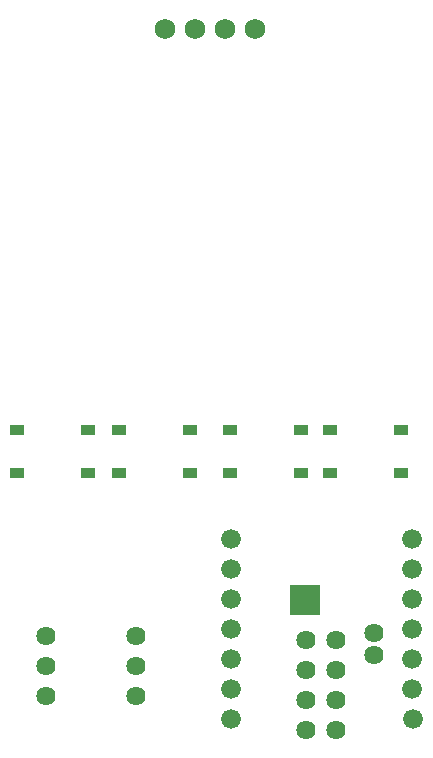
<source format=gts>
G04 Layer: TopSolderMaskLayer*
G04 EasyEDA v6.5.51, 2025-12-08 14:24:17*
G04 98b1bcbd0d5e4b16acd7f0c7b3cc8b20,5c2208001c9440858be6b933671931b3,10*
G04 Gerber Generator version 0.2*
G04 Scale: 100 percent, Rotated: No, Reflected: No *
G04 Dimensions in millimeters *
G04 leading zeros omitted , absolute positions ,4 integer and 5 decimal *
%FSLAX45Y45*%
%MOMM*%

%AMMACRO1*4,1,8,-1.2711,-1.301,-1.301,-1.2711,-1.301,1.2711,-1.2711,1.301,1.2711,1.301,1.301,1.2711,1.301,-1.2711,1.2711,-1.301,-1.2711,-1.301,0*%
%AMMACRO2*4,1,8,-0.5211,-0.4258,-0.5508,-0.396,-0.5508,0.3961,-0.5211,0.4258,0.521,0.4258,0.5508,0.3961,0.5508,-0.396,0.521,-0.4258,-0.5211,-0.4258,0*%
%ADD10C,1.2016*%
%ADD11C,1.6256*%
%ADD12C,1.6764*%
%ADD13C,1.6770*%
%ADD14MACRO1*%
%ADD15C,0.0144*%
%ADD16C,1.7500*%
%ADD17MACRO2*%

%LPD*%
D10*
G01*
X3352393Y1983587D03*
G01*
X3606393Y1983587D03*
G01*
X3606393Y1729587D03*
G01*
X3352393Y1729587D03*
G01*
X3610889Y1475587D03*
G01*
X3356889Y1475587D03*
G01*
X3356889Y1221587D03*
G01*
X3610889Y1221587D03*
D11*
G01*
X3346399Y2323795D03*
G01*
X3352393Y1983587D03*
G01*
X3606393Y1983587D03*
G01*
X3606393Y1729587D03*
G01*
X3352393Y1729587D03*
G01*
X3356889Y1475587D03*
G01*
X3610889Y1475587D03*
G01*
X3356889Y1221587D03*
G01*
X3610889Y1221587D03*
G01*
X3928694Y2046833D03*
G01*
X3928694Y1858035D03*
D12*
G01*
X2716402Y2837789D03*
G01*
X2716402Y2583789D03*
G01*
X2716402Y2329789D03*
G01*
X2716402Y2075789D03*
G01*
X2716402Y1821789D03*
G01*
X2716402Y1567789D03*
G01*
X2716402Y1313814D03*
G01*
X4256404Y2837789D03*
G01*
X4256404Y2583789D03*
G01*
X4256404Y2329789D03*
D13*
G01*
X4256404Y2075789D03*
G01*
X4256404Y1821789D03*
G01*
X4256404Y1567789D03*
G01*
X4258614Y1313814D03*
D14*
G01*
X3346400Y2323799D03*
D16*
G01*
X2159000Y7162800D03*
G01*
X2413000Y7162800D03*
G01*
X2667000Y7162800D03*
G01*
X2921000Y7162800D03*
D17*
G01*
X1770100Y3766395D03*
G01*
X2370099Y3766395D03*
G01*
X1770100Y3396404D03*
G01*
X2370099Y3396404D03*
G01*
X3560800Y3766395D03*
G01*
X4160799Y3766395D03*
G01*
X3560800Y3396404D03*
G01*
X4160799Y3396404D03*
G01*
X906500Y3766395D03*
G01*
X1506499Y3766395D03*
G01*
X906500Y3396404D03*
G01*
X1506499Y3396404D03*
G01*
X2709900Y3766395D03*
G01*
X3309899Y3766395D03*
G01*
X2709900Y3396404D03*
G01*
X3309899Y3396404D03*
D11*
G01*
X1155700Y1511300D03*
G01*
X1155700Y1765300D03*
G01*
X1155700Y2019300D03*
G01*
X1917700Y1511300D03*
G01*
X1917700Y1765300D03*
G01*
X1917700Y2019300D03*
M02*

</source>
